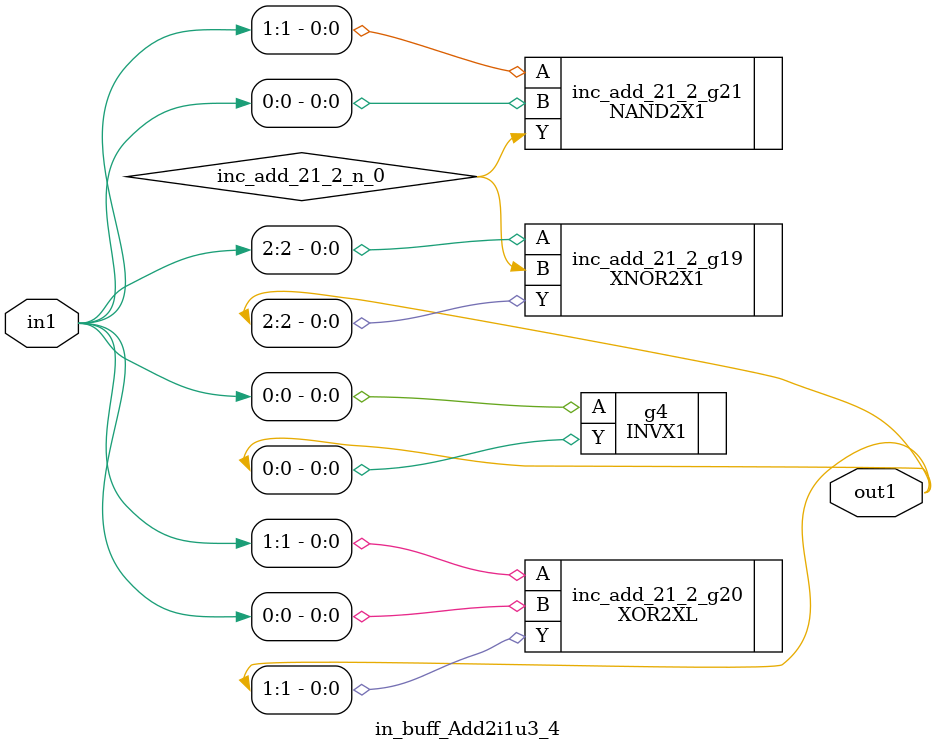
<source format=v>
`timescale 1ps / 1ps


module in_buff_Add2i1u3_4(in1, out1);
  input [2:0] in1;
  output [2:0] out1;
  wire [2:0] in1;
  wire [2:0] out1;
  wire inc_add_21_2_n_0;
  INVX1 g4(.A (in1[0]), .Y (out1[0]));
  XNOR2X1 inc_add_21_2_g19(.A (in1[2]), .B (inc_add_21_2_n_0), .Y
       (out1[2]));
  XOR2XL inc_add_21_2_g20(.A (in1[1]), .B (in1[0]), .Y (out1[1]));
  NAND2X1 inc_add_21_2_g21(.A (in1[1]), .B (in1[0]), .Y
       (inc_add_21_2_n_0));
endmodule



</source>
